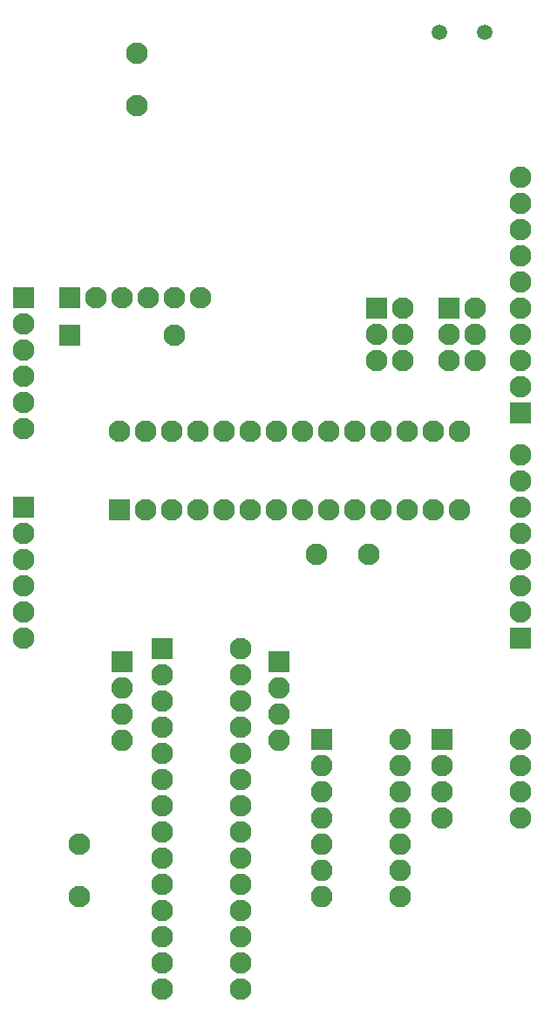
<source format=gbr>
G04 #@! TF.FileFunction,Soldermask,Bot*
%FSLAX46Y46*%
G04 Gerber Fmt 4.6, Leading zero omitted, Abs format (unit mm)*
G04 Created by KiCad (PCBNEW 4.0.2-stable) date 23.05.2016 12:24:01*
%MOMM*%
G01*
G04 APERTURE LIST*
%ADD10C,0.100000*%
%ADD11C,2.100000*%
%ADD12R,2.100000X2.100000*%
%ADD13C,1.500000*%
%ADD14O,2.100000X2.100000*%
G04 APERTURE END LIST*
D10*
D11*
X72000000Y-80040000D03*
X72000000Y-74960000D03*
X89460000Y-123500000D03*
X94540000Y-123500000D03*
X66400000Y-151660000D03*
X66400000Y-156740000D03*
D12*
X70250000Y-119200000D03*
D11*
X72790000Y-119200000D03*
X75330000Y-119200000D03*
X77870000Y-119200000D03*
X80410000Y-119200000D03*
X82950000Y-119200000D03*
X85490000Y-119200000D03*
X88030000Y-119200000D03*
X90570000Y-119200000D03*
X93110000Y-119200000D03*
X95650000Y-119200000D03*
X98190000Y-119200000D03*
X100730000Y-119200000D03*
X103270000Y-119200000D03*
X103270000Y-111580000D03*
X100730000Y-111580000D03*
X98190000Y-111580000D03*
X95650000Y-111580000D03*
X93110000Y-111580000D03*
X90570000Y-111580000D03*
X88030000Y-111580000D03*
X85490000Y-111580000D03*
X82950000Y-111580000D03*
X80410000Y-111580000D03*
X77870000Y-111580000D03*
X75330000Y-111580000D03*
X72790000Y-111580000D03*
X70250000Y-111580000D03*
X75660520Y-102297460D03*
D12*
X65500520Y-102297460D03*
X95300000Y-99700000D03*
D11*
X97840000Y-99700000D03*
X95300000Y-102240000D03*
X97840000Y-102240000D03*
X95300000Y-104780000D03*
X97840000Y-104780000D03*
D12*
X102300000Y-99700000D03*
D11*
X104840000Y-99700000D03*
X102300000Y-102240000D03*
X104840000Y-102240000D03*
X102300000Y-104780000D03*
X104840000Y-104780000D03*
D12*
X65500000Y-98680000D03*
D11*
X68040000Y-98680000D03*
X70580000Y-98680000D03*
X73120000Y-98680000D03*
X75660000Y-98680000D03*
X78200000Y-98680000D03*
D12*
X61000000Y-98680000D03*
D11*
X61000000Y-101220000D03*
X61000000Y-103760000D03*
X61000000Y-106300000D03*
X61000000Y-108840000D03*
X61000000Y-111380000D03*
D12*
X61000000Y-119000000D03*
D11*
X61000000Y-121540000D03*
X61000000Y-124080000D03*
X61000000Y-126620000D03*
X61000000Y-129160000D03*
X61000000Y-131700000D03*
D12*
X109260000Y-131700000D03*
D11*
X109260000Y-129160000D03*
X109260000Y-126620000D03*
X109260000Y-124080000D03*
X109260000Y-121540000D03*
X109260000Y-119000000D03*
X109260000Y-116460000D03*
X109260000Y-113920000D03*
D13*
X105800000Y-72900000D03*
X101400000Y-72900000D03*
D12*
X109260000Y-109856000D03*
D11*
X109260000Y-107316000D03*
X109260000Y-104776000D03*
X109260000Y-102236000D03*
X109260000Y-99696000D03*
X109260000Y-97156000D03*
X109260000Y-94616000D03*
X109260000Y-92076000D03*
X109260000Y-89536000D03*
X109260000Y-86996000D03*
D12*
X74400000Y-132650000D03*
D11*
X74400000Y-135190000D03*
X74400000Y-137730000D03*
X74400000Y-140270000D03*
X74400000Y-142810000D03*
X74400000Y-145350000D03*
X74400000Y-147890000D03*
X74400000Y-150430000D03*
X74400000Y-152970000D03*
X74400000Y-155510000D03*
X74400000Y-158050000D03*
X74400000Y-160590000D03*
X74400000Y-163130000D03*
X74400000Y-165670000D03*
X82020000Y-165670000D03*
X82020000Y-163130000D03*
X82020000Y-160590000D03*
X82020000Y-158050000D03*
X82020000Y-155510000D03*
X82020000Y-152970000D03*
X82020000Y-150430000D03*
X82020000Y-147890000D03*
X82020000Y-145350000D03*
X82020000Y-142810000D03*
X82020000Y-140270000D03*
X82020000Y-137730000D03*
X82020000Y-135190000D03*
X82020000Y-132650000D03*
D12*
X101640000Y-141500000D03*
D11*
X101640000Y-144040000D03*
X109260000Y-141500000D03*
X101640000Y-146580000D03*
X101640000Y-149120000D03*
X109260000Y-149120000D03*
X109260000Y-146580000D03*
X109260000Y-144040000D03*
D12*
X89900000Y-141500000D03*
D14*
X89900000Y-144040000D03*
D11*
X97520000Y-156740000D03*
D14*
X89900000Y-146580000D03*
X89900000Y-149120000D03*
X89900000Y-151660000D03*
X89900000Y-154200000D03*
X89900000Y-156740000D03*
X97520000Y-154200000D03*
X97520000Y-151660000D03*
X97520000Y-149120000D03*
X97520000Y-146580000D03*
X97520000Y-144040000D03*
X97520000Y-141500000D03*
D12*
X70550000Y-133920000D03*
D14*
X70550000Y-136460000D03*
X70550000Y-139000000D03*
X70550000Y-141540000D03*
D12*
X85790000Y-133920000D03*
D14*
X85790000Y-136460000D03*
X85790000Y-139000000D03*
X85790000Y-141540000D03*
M02*

</source>
